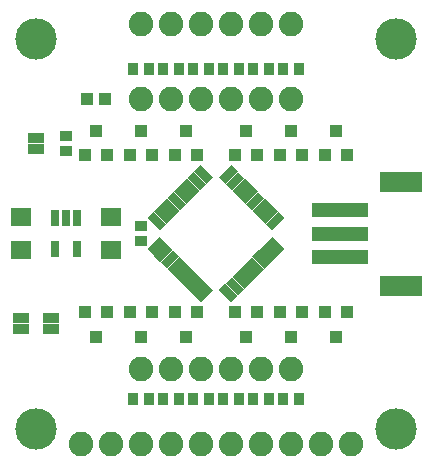
<source format=gts>
G75*
G70*
%OFA0B0*%
%FSLAX24Y24*%
%IPPOS*%
%LPD*%
%AMOC8*
5,1,8,0,0,1.08239X$1,22.5*
%
%ADD10C,0.0820*%
%ADD11R,0.0395X0.0434*%
%ADD12R,0.0356X0.0434*%
%ADD13R,0.0580X0.0300*%
%ADD14R,0.0300X0.0580*%
%ADD15R,0.0580X0.0330*%
%ADD16R,0.0710X0.0631*%
%ADD17R,0.0395X0.0395*%
%ADD18R,0.0434X0.0356*%
%ADD19R,0.0297X0.0552*%
%ADD20C,0.1380*%
%ADD21R,0.1891X0.0474*%
%ADD22R,0.1419X0.0710*%
D10*
X013333Y007833D03*
X014333Y007833D03*
X015333Y007833D03*
X016333Y007833D03*
X017333Y007833D03*
X018333Y007833D03*
X019333Y007833D03*
X020333Y007833D03*
X021333Y007833D03*
X022333Y007833D03*
X020333Y010333D03*
X019333Y010333D03*
X018333Y010333D03*
X017333Y010333D03*
X016333Y010333D03*
X015333Y010333D03*
X015333Y019333D03*
X016333Y019333D03*
X017333Y019333D03*
X018333Y019333D03*
X019333Y019333D03*
X020333Y019333D03*
X020333Y021833D03*
X019333Y021833D03*
X018333Y021833D03*
X017333Y021833D03*
X016333Y021833D03*
X015333Y021833D03*
D11*
X015333Y018266D03*
X013833Y018266D03*
X013459Y017440D03*
X014207Y017440D03*
X014959Y017440D03*
X015707Y017440D03*
X016459Y017440D03*
X017207Y017440D03*
X018459Y017440D03*
X019207Y017440D03*
X019959Y017440D03*
X020707Y017440D03*
X021459Y017440D03*
X022207Y017440D03*
X021833Y018266D03*
X020333Y018266D03*
X018833Y018266D03*
X016833Y018266D03*
X016459Y012227D03*
X017207Y012227D03*
X018459Y012227D03*
X019207Y012227D03*
X019959Y012227D03*
X020707Y012227D03*
X021459Y012227D03*
X022207Y012227D03*
X021833Y011400D03*
X020333Y011400D03*
X018833Y011400D03*
X016833Y011400D03*
X015707Y012227D03*
X014959Y012227D03*
X014207Y012227D03*
X013459Y012227D03*
X013833Y011400D03*
X015333Y011400D03*
D12*
X015077Y009333D03*
X015589Y009333D03*
X016077Y009333D03*
X016589Y009333D03*
X017077Y009333D03*
X017589Y009333D03*
X018077Y009333D03*
X018589Y009333D03*
X019077Y009333D03*
X019589Y009333D03*
X020077Y009333D03*
X020589Y009333D03*
X020589Y020333D03*
X020077Y020333D03*
X019589Y020333D03*
X019077Y020333D03*
X018589Y020333D03*
X018077Y020333D03*
X017589Y020333D03*
X017077Y020333D03*
X016589Y020333D03*
X016077Y020333D03*
X015589Y020333D03*
X015077Y020333D03*
D13*
G36*
X018560Y016906D02*
X018151Y016497D01*
X017938Y016710D01*
X018347Y017119D01*
X018560Y016906D01*
G37*
G36*
X018783Y016683D02*
X018374Y016274D01*
X018161Y016487D01*
X018570Y016896D01*
X018783Y016683D01*
G37*
G36*
X019005Y016460D02*
X018596Y016051D01*
X018383Y016264D01*
X018792Y016673D01*
X019005Y016460D01*
G37*
G36*
X019228Y016238D02*
X018819Y015829D01*
X018606Y016042D01*
X019015Y016451D01*
X019228Y016238D01*
G37*
G36*
X019451Y016015D02*
X019042Y015606D01*
X018829Y015819D01*
X019238Y016228D01*
X019451Y016015D01*
G37*
G36*
X019673Y015792D02*
X019264Y015383D01*
X019051Y015596D01*
X019460Y016005D01*
X019673Y015792D01*
G37*
G36*
X019896Y015570D02*
X019487Y015161D01*
X019274Y015374D01*
X019683Y015783D01*
X019896Y015570D01*
G37*
G36*
X020119Y015347D02*
X019710Y014938D01*
X019497Y015151D01*
X019906Y015560D01*
X020119Y015347D01*
G37*
G36*
X017061Y013625D02*
X016652Y013216D01*
X016439Y013429D01*
X016848Y013838D01*
X017061Y013625D01*
G37*
G36*
X016838Y013848D02*
X016429Y013439D01*
X016216Y013652D01*
X016625Y014061D01*
X016838Y013848D01*
G37*
G36*
X016615Y014070D02*
X016206Y013661D01*
X015993Y013874D01*
X016402Y014283D01*
X016615Y014070D01*
G37*
G36*
X016393Y014293D02*
X015984Y013884D01*
X015771Y014097D01*
X016180Y014506D01*
X016393Y014293D01*
G37*
G36*
X016170Y014516D02*
X015761Y014107D01*
X015548Y014320D01*
X015957Y014729D01*
X016170Y014516D01*
G37*
G36*
X017283Y013402D02*
X016874Y012993D01*
X016661Y013206D01*
X017070Y013615D01*
X017283Y013402D01*
G37*
G36*
X017506Y013180D02*
X017097Y012771D01*
X016884Y012984D01*
X017293Y013393D01*
X017506Y013180D01*
G37*
G36*
X017729Y012957D02*
X017320Y012548D01*
X017107Y012761D01*
X017516Y013170D01*
X017729Y012957D01*
G37*
D14*
G36*
X018560Y012761D02*
X018347Y012548D01*
X017938Y012957D01*
X018151Y013170D01*
X018560Y012761D01*
G37*
G36*
X018783Y012984D02*
X018570Y012771D01*
X018161Y013180D01*
X018374Y013393D01*
X018783Y012984D01*
G37*
G36*
X019005Y013206D02*
X018792Y012993D01*
X018383Y013402D01*
X018596Y013615D01*
X019005Y013206D01*
G37*
G36*
X019228Y013429D02*
X019015Y013216D01*
X018606Y013625D01*
X018819Y013838D01*
X019228Y013429D01*
G37*
G36*
X019451Y013652D02*
X019238Y013439D01*
X018829Y013848D01*
X019042Y014061D01*
X019451Y013652D01*
G37*
G36*
X019673Y013874D02*
X019460Y013661D01*
X019051Y014070D01*
X019264Y014283D01*
X019673Y013874D01*
G37*
G36*
X019896Y014097D02*
X019683Y013884D01*
X019274Y014293D01*
X019487Y014506D01*
X019896Y014097D01*
G37*
G36*
X020119Y014320D02*
X019906Y014107D01*
X019497Y014516D01*
X019710Y014729D01*
X020119Y014320D01*
G37*
G36*
X017283Y016264D02*
X017070Y016051D01*
X016661Y016460D01*
X016874Y016673D01*
X017283Y016264D01*
G37*
G36*
X017506Y016487D02*
X017293Y016274D01*
X016884Y016683D01*
X017097Y016896D01*
X017506Y016487D01*
G37*
G36*
X017729Y016710D02*
X017516Y016497D01*
X017107Y016906D01*
X017320Y017119D01*
X017729Y016710D01*
G37*
G36*
X017061Y016042D02*
X016848Y015829D01*
X016439Y016238D01*
X016652Y016451D01*
X017061Y016042D01*
G37*
G36*
X016838Y015819D02*
X016625Y015606D01*
X016216Y016015D01*
X016429Y016228D01*
X016838Y015819D01*
G37*
G36*
X016615Y015596D02*
X016402Y015383D01*
X015993Y015792D01*
X016206Y016005D01*
X016615Y015596D01*
G37*
G36*
X016393Y015374D02*
X016180Y015161D01*
X015771Y015570D01*
X015984Y015783D01*
X016393Y015374D01*
G37*
G36*
X016170Y015151D02*
X015957Y014938D01*
X015548Y015347D01*
X015761Y015560D01*
X016170Y015151D01*
G37*
D15*
X011833Y017656D03*
X011833Y018010D03*
X011333Y012010D03*
X011333Y011656D03*
X012333Y011656D03*
X012333Y012010D03*
D16*
X011333Y014282D03*
X011333Y015385D03*
X014333Y015385D03*
X014333Y014282D03*
D17*
X014129Y019333D03*
X013538Y019333D03*
D18*
X012833Y018089D03*
X012833Y017577D03*
X015333Y015089D03*
X015333Y014577D03*
D19*
X013207Y014321D03*
X012459Y014321D03*
X012459Y015345D03*
X012833Y015345D03*
X013207Y015345D03*
D20*
X011833Y021333D03*
X023833Y021333D03*
X023833Y008333D03*
X011833Y008333D03*
D21*
X021955Y014042D03*
X021955Y014829D03*
X021955Y015617D03*
D22*
X024003Y016562D03*
X024003Y013097D03*
M02*

</source>
